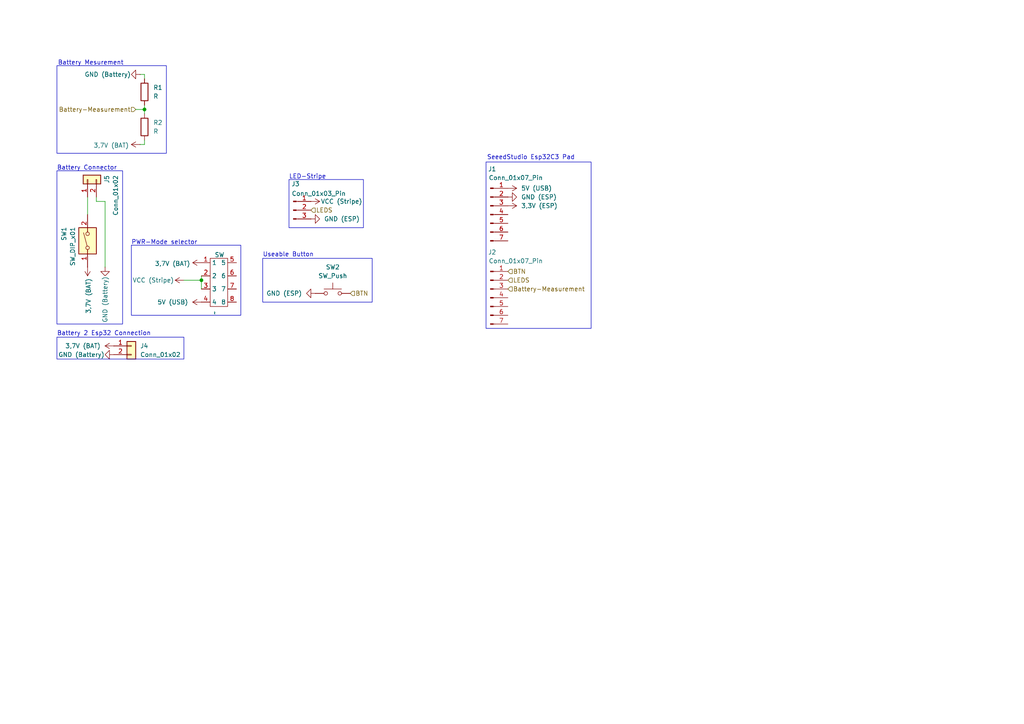
<source format=kicad_sch>
(kicad_sch (version 20231120) (generator "eeschema") (generator_version "8.0")
  (paper "A4")
  (lib_symbols
    (symbol "Connector:Conn_01x03_Pin" (pin_names (offset 1.016) hide)
      (property "Reference" "J" (at 0 5.08 0))
      (property "Value" "Conn_01x03_Pin" (at 0 -5.08 0))
      (symbol "Conn_01x03_Pin_1_1"
        (polyline (pts (xy 1.27 -2.54) (xy 0.8636 -2.54)) (stroke (width 0.1524)))
        (polyline (pts (xy 1.27 0) (xy 0.8636 0)) (stroke (width 0.1524)))
        (polyline (pts (xy 1.27 2.54) (xy 0.8636 2.54)) (stroke (width 0.1524)))
        (rectangle (start 0.8636 -2.413) (end 0 -2.667) (stroke (width 0.1524)) (fill (type outline)))
        (rectangle (start 0.8636 0.127) (end 0 -0.127) (stroke (width 0.1524)) (fill (type outline)))
        (rectangle (start 0.8636 2.667) (end 0 2.413) (stroke (width 0.1524)) (fill (type outline)))
        (pin passive line (at 5.08 2.54 180) (length 3.81) (name "Pin_1") (number "1"))
        (pin passive line (at 5.08 0 180) (length 3.81) (name "Pin_2") (number "2"))
        (pin passive line (at 5.08 -2.54 180) (length 3.81) (name "Pin_3") (number "3"))
      )
    )
    (symbol "Connector:Conn_01x07_Pin" (pin_names (offset 1.016) hide)
      (property "Reference" "J" (at 0 10.16 0))
      (property "Value" "Conn_01x07_Pin" (at 0 -10.16 0))
      (symbol "Conn_01x07_Pin_1_1"
        (polyline (pts (xy 1.27 -7.62) (xy 0.8636 -7.62)) (stroke (width 0.1524)))
        (polyline (pts (xy 1.27 -5.08) (xy 0.8636 -5.08)) (stroke (width 0.1524)))
        (polyline (pts (xy 1.27 -2.54) (xy 0.8636 -2.54)) (stroke (width 0.1524)))
        (polyline (pts (xy 1.27 0) (xy 0.8636 0)) (stroke (width 0.1524)))
        (polyline (pts (xy 1.27 2.54) (xy 0.8636 2.54)) (stroke (width 0.1524)))
        (polyline (pts (xy 1.27 5.08) (xy 0.8636 5.08)) (stroke (width 0.1524)))
        (polyline (pts (xy 1.27 7.62) (xy 0.8636 7.62)) (stroke (width 0.1524)))
        (rectangle (start 0.8636 -7.493) (end 0 -7.747) (stroke (width 0.1524)) (fill (type outline)))
        (rectangle (start 0.8636 -4.953) (end 0 -5.207) (stroke (width 0.1524)) (fill (type outline)))
        (rectangle (start 0.8636 -2.413) (end 0 -2.667) (stroke (width 0.1524)) (fill (type outline)))
        (rectangle (start 0.8636 0.127) (end 0 -0.127) (stroke (width 0.1524)) (fill (type outline)))
        (rectangle (start 0.8636 2.667) (end 0 2.413) (stroke (width 0.1524)) (fill (type outline)))
        (rectangle (start 0.8636 5.207) (end 0 4.953) (stroke (width 0.1524)) (fill (type outline)))
        (rectangle (start 0.8636 7.747) (end 0 7.493) (stroke (width 0.1524)) (fill (type outline)))
        (pin passive line (at 5.08 7.62 180) (length 3.81) (name "Pin_1") (number "1"))
        (pin passive line (at 5.08 5.08 180) (length 3.81) (name "Pin_2") (number "2"))
        (pin passive line (at 5.08 2.54 180) (length 3.81) (name "Pin_3") (number "3"))
        (pin passive line (at 5.08 0 180) (length 3.81) (name "Pin_4") (number "4"))
        (pin passive line (at 5.08 -2.54 180) (length 3.81) (name "Pin_5") (number "5"))
        (pin passive line (at 5.08 -5.08 180) (length 3.81) (name "Pin_6") (number "6"))
        (pin passive line (at 5.08 -7.62 180) (length 3.81) (name "Pin_7") (number "7"))
      )
    )
    (symbol "Connector_Generic:Conn_01x02" (pin_names (offset 1.016) hide)
      (property "Reference" "J" (at 0 2.54 0))
      (property "Value" "Conn_01x02" (at 0 -5.08 0))
      (symbol "Conn_01x02_1_1"
        (rectangle (start -1.27 -2.413) (end 0 -2.667) (stroke (width 0.1524)))
        (rectangle (start -1.27 0.127) (end 0 -0.127) (stroke (width 0.1524)))
        (rectangle (start -1.27 1.27) (end 1.27 -3.81) (stroke (width 0.254)) (fill (type background)))
        (pin passive line (at -5.08 0 0) (length 3.81) (name "Pin_1") (number "1"))
        (pin passive line (at -5.08 -2.54 0) (length 3.81) (name "Pin_2") (number "2"))
      )
    )
    (symbol "Device:R" (pin_numbers hide) (pin_names (offset 0))
      (property "Reference" "R" (at 2.032 0 90))
      (property "Value" "R" (at 0 0 90))
      (symbol "R_0_1"
        (rectangle (start -1.016 -2.54) (end 1.016 2.54) (stroke (width 0.254)))
      )
      (symbol "R_1_1"
        (pin passive line (at 0 3.81 270) (length 1.27) (name "~") (number "1"))
        (pin passive line (at 0 -3.81 90) (length 1.27) (name "~") (number "2"))
      )
    )
    (symbol "MSS-2336-DTE:MSS-2336-DTE"
      (property "Reference" "U" (at -0.508 -3.81 0))
      (symbol "MSS-2336-DTE_0_1"
        (rectangle (start -7.62 -1.27) (end 6.35 -6.35))
      )
      (symbol "MSS-2336-DTE_1_1"
        (pin input line (at -6.35 -8.89 90) (length 2.54) (name "1") (number "1"))
        (pin input line (at -2.54 -8.89 90) (length 2.54) (name "2") (number "2"))
        (pin input line (at 1.27 -8.89 90) (length 2.54) (name "3") (number "3"))
        (pin input line (at 5.08 -8.89 90) (length 2.54) (name "4") (number "4"))
        (pin input line (at -6.35 1.27 270) (length 2.54) (name "5") (number "5"))
        (pin input line (at -2.54 1.27 270) (length 2.54) (name "6") (number "6"))
        (pin input line (at 1.27 1.27 270) (length 2.54) (name "7") (number "7"))
        (pin input line (at 5.08 1.27 270) (length 2.54) (name "8") (number "8"))
      )
    )
    (symbol "Switch:SW_DIP_x01" (pin_names (offset 0) hide)
      (property "Reference" "SW" (at 0 3.81 0))
      (property "Value" "SW_DIP_x01" (at 0 -3.81 0))
      (symbol "SW_DIP_x01_0_0"
        (circle (center -2.032 0) (radius 0.508))
        (polyline (pts (xy -1.524 0.127) (xy 2.3622 1.1684)))
        (circle (center 2.032 0) (radius 0.508))
      )
      (symbol "SW_DIP_x01_0_1"
        (rectangle (start -3.81 2.54) (end 3.81 -2.54) (stroke (width 0.254)) (fill (type background)))
      )
      (symbol "SW_DIP_x01_1_1"
        (pin passive line (at -7.62 0 0) (length 5.08) (name "~") (number "1"))
        (pin passive line (at 7.62 0 180) (length 5.08) (name "~") (number "2"))
      )
    )
    (symbol "Switch:SW_Push" (pin_numbers hide) (pin_names (offset 1.016) hide)
      (property "Reference" "SW" (at 1.27 2.54 0))
      (property "Value" "SW_Push" (at 0 -1.524 0))
      (symbol "SW_Push_0_1"
        (circle (center -2.032 0) (radius 0.508))
        (polyline (pts (xy 0 1.27) (xy 0 3.048)))
        (polyline (pts (xy 2.54 1.27) (xy -2.54 1.27)))
        (circle (center 2.032 0) (radius 0.508))
        (pin passive line (at -5.08 0 0) (length 2.54) (name "1") (number "1"))
        (pin passive line (at 5.08 0 180) (length 2.54) (name "2") (number "2"))
      )
    )
    (symbol "power:GND" (power) (pin_numbers hide) (pin_names (offset 0) hide)
      (property "Value" "GND" (at 0 -3.81 0))
      (symbol "GND_0_1"
        (polyline (pts (xy 0 0) (xy 0 -1.27) (xy 1.27 -1.27) (xy 0 -2.54) (xy -1.27 -1.27) (xy 0 -1.27)))
      )
      (symbol "GND_1_1"
        (pin power_in line (at 0 0 270) (length 0) (name "~") (number "1"))
      )
    )
    (symbol "power:GND1" (power) (pin_numbers hide) (pin_names (offset 0) hide)
      (property "Value" "GND1" (at 0 -3.81 0))
      (symbol "GND1_0_1"
        (polyline (pts (xy 0 0) (xy 0 -1.27) (xy 1.27 -1.27) (xy 0 -2.54) (xy -1.27 -1.27) (xy 0 -1.27)))
      )
      (symbol "GND1_1_1"
        (pin power_in line (at 0 0 270) (length 0) (name "~") (number "1"))
      )
    )
    (symbol "power:VAA" (power) (pin_numbers hide) (pin_names (offset 0) hide)
      (property "Value" "VAA" (at 0 3.556 0))
      (symbol "VAA_0_1"
        (polyline (pts (xy -0.762 1.27) (xy 0 2.54)))
        (polyline (pts (xy 0 0) (xy 0 2.54)))
        (polyline (pts (xy 0 2.54) (xy 0.762 1.27)))
      )
      (symbol "VAA_1_1"
        (pin power_in line (at 0 0 90) (length 0) (name "~") (number "1"))
      )
    )
    (symbol "power:VCC" (power) (pin_numbers hide) (pin_names (offset 0) hide)
      (property "Value" "VCC" (at 0 3.556 0))
      (symbol "VCC_0_1"
        (polyline (pts (xy -0.762 1.27) (xy 0 2.54)))
        (polyline (pts (xy 0 0) (xy 0 2.54)))
        (polyline (pts (xy 0 2.54) (xy 0.762 1.27)))
      )
      (symbol "VCC_1_1"
        (pin power_in line (at 0 0 90) (length 0) (name "~") (number "1"))
      )
    )
    (symbol "power:VCCQ" (power) (pin_numbers hide) (pin_names (offset 0) hide)
      (property "Value" "VCCQ" (at 0 3.556 0))
      (symbol "VCCQ_0_1"
        (polyline (pts (xy -0.762 1.27) (xy 0 2.54)))
        (polyline (pts (xy 0 0) (xy 0 2.54)))
        (polyline (pts (xy 0 2.54) (xy 0.762 1.27)))
      )
      (symbol "VCCQ_1_1"
        (pin power_in line (at 0 0 90) (length 0) (name "~") (number "1"))
      )
    )
    (symbol "power:VD" (power) (pin_numbers hide) (pin_names (offset 0) hide)
      (property "Value" "VD" (at 0 3.556 0))
      (symbol "VD_0_1"
        (polyline (pts (xy -0.762 1.27) (xy 0 2.54)))
        (polyline (pts (xy 0 0) (xy 0 2.54)))
        (polyline (pts (xy 0 2.54) (xy 0.762 1.27)))
      )
      (symbol "VD_1_1"
        (pin power_in line (at 0 0 90) (length 0) (name "~") (number "1"))
      )
    )
  )
  (junction (at 58.42 81.28))
  (junction (at 41.91 31.75))
  (wire (pts (xy 25.4 62.23) (xy 25.4 57.15)))
  (wire (pts (xy 58.42 81.28) (xy 58.42 83.82)))
  (wire (pts (xy 41.91 21.59) (xy 41.91 22.86)))
  (wire (pts (xy 41.91 40.64) (xy 41.91 41.91)))
  (wire (pts (xy 30.48 77.47) (xy 30.48 58.42)))
  (wire (pts (xy 40.64 21.59) (xy 41.91 21.59)))
  (wire (pts (xy 30.48 58.42) (xy 27.94 58.42)))
  (wire (pts (xy 41.91 33.02) (xy 41.91 31.75)))
  (wire (pts (xy 39.37 31.75) (xy 41.91 31.75)))
  (wire (pts (xy 58.42 80.01) (xy 58.42 81.28)))
  (wire (pts (xy 27.94 58.42) (xy 27.94 57.15)))
  (wire (pts (xy 41.91 31.75) (xy 41.91 30.48)))
  (wire (pts (xy 41.91 41.91) (xy 40.64 41.91)))
  (wire (pts (xy 53.34 81.28) (xy 58.42 81.28)))
  (rectangle (start 140.97 46.99) (end 171.45 95.25))
  (rectangle (start 76.2 74.93) (end 107.95 87.63))
  (rectangle (start 16.51 49.53) (end 35.56 93.98))
  (rectangle (start 38.1 71.12) (end 69.85 91.44))
  (rectangle (start 83.82 52.07) (end 105.41 66.04))
  (rectangle (start 16.51 19.05) (end 48.26 44.45))
  (rectangle (start 16.51 97.79) (end 53.34 104.14))
  (text "Battery 2 Esp32 Connection" (at 16.51 97.536 0) (effects (font (size 1.27 1.27)) (justify left bottom)))
  (text "LED-Stripe" (at 83.82 52.07 0) (effects (font (size 1.27 1.27)) (justify left bottom)))
  (text "PWR-Mode selector" (at 38.1 71.12 0) (effects (font (size 1.27 1.27)) (justify left bottom)))
  (text "Battery Mesurement" (at 16.764 19.05 0) (effects (font (size 1.27 1.27)) (justify left bottom)))
  (text "Battery Connector" (at 16.51 49.53 0) (effects (font (size 1.27 1.27)) (justify left bottom)))
  (text "SeeedStudio Esp32C3 Pad" (at 141.224 46.482 0) (effects (font (size 1.27 1.27)) (justify left bottom)))
  (text "Useable Button" (at 76.2 74.676 0) (effects (font (size 1.27 1.27)) (justify left bottom)))
  (hierarchical_label "Battery-Measurement" (shape input) (at 147.32 83.82 0))
  (hierarchical_label "LEDS" (shape input) (at 90.17 60.96 0))
  (hierarchical_label "LEDS" (shape input) (at 147.32 81.28 0))
  (hierarchical_label "BTN" (shape input) (at 147.32 78.74 0))
  (hierarchical_label "Battery-Measurement" (shape input) (at 39.37 31.75 180))
  (hierarchical_label "BTN" (shape input) (at 101.6 85.09 0))
  (symbol (lib_id "power:VCCQ") (at 147.32 59.69 270) (unit 1)
    (property "Reference" "#PWR03" (effects (hide yes)))
    (property "Value" "3,3V (ESP)" (at 151.13 59.6899 90) (effects (justify left)))
    (property "Description" "Power symbol creates a global label with name \"VCCQ\"" (effects (hide yes)))
  )
  (symbol (lib_id "Connector_Generic:Conn_01x02") (at 38.1 100.33 0) (unit 1)
    (property "Reference" "J4" (at 40.64 100.3299 0) (effects (justify left)))
    (property "Value" "Conn_01x02" (at 40.64 102.8699 0) (effects (justify left)))
    (property "Footprint" "Library-SeeedStudio-Esp32C3-Battery-Pad-Surfacemount:Battery-Adapter" (effects (hide yes)))
    (property "Description" "Generic connector, single row, 01x02, script generated (kicad-library-utils/schlib/autogen/connector/)" (effects (hide yes)))
  )
  (symbol (lib_id "power:GND1") (at 33.02 102.87 270) (unit 1)
    (property "Reference" "#PWR012" (effects (hide yes)))
    (property "Value" "GND (Battery)" (at 23.622 102.87 90))
    (property "Description" "Power symbol creates a global label with name \"GND1\" , ground" (effects (hide yes)))
  )
  (symbol (lib_id "Connector:Conn_01x07_Pin") (at 142.24 86.36 0) (unit 1)
    (property "Reference" "J2" (at 142.748 73.152 0))
    (property "Value" "Conn_01x07_Pin" (at 149.606 75.692 0))
    (property "Footprint" "Connector_PinHeader_2.54mm:PinHeader_1x07_P2.54mm_Vertical" (effects (hide yes)))
    (property "Description" "Generic connector, single row, 01x07, script generated" (effects (hide yes)))
  )
  (symbol (lib_id "power:VAA") (at 58.42 87.63 90) (unit 1)
    (property "Reference" "#PWR07" (effects (hide yes)))
    (property "Value" "5V (USB)" (at 54.61 87.6299 90) (effects (justify left)))
    (property "Description" "Power symbol creates a global label with name \"VAA\"" (effects (hide yes)))
  )
  (symbol (lib_id "Connector:Conn_01x03_Pin") (at 85.09 60.96 0) (unit 1)
    (property "Reference" "J3" (at 85.725 53.34 0))
    (property "Value" "Conn_01x03_Pin" (at 92.456 56.134 0))
    (property "Footprint" "Connector_PinHeader_2.54mm:PinHeader_1x03_P2.54mm_Vertical" (effects (hide yes)))
    (property "Description" "Generic connector, single row, 01x03, script generated" (effects (hide yes)))
  )
  (symbol (lib_id "power:VCC") (at 58.42 76.2 90) (unit 1)
    (property "Reference" "#PWR06" (effects (hide yes)))
    (property "Value" "3,7V (BAT)" (at 50.038 76.454 90))
    (property "Description" "Power symbol creates a global label with name \"VCC\"" (effects (hide yes)))
  )
  (symbol (lib_id "power:VCC") (at 33.02 100.33 90) (unit 1)
    (property "Reference" "#PWR02" (effects (hide yes)))
    (property "Value" "3,7V (BAT)" (at 29.21 100.3299 90) (effects (justify left)))
    (property "Description" "Power symbol creates a global label with name \"VCC\"" (effects (hide yes)))
  )
  (symbol (lib_id "Connector:Conn_01x07_Pin") (at 142.24 62.23 0) (unit 1)
    (property "Reference" "J1" (at 142.748 49.022 0))
    (property "Value" "Conn_01x07_Pin" (at 149.606 51.562 0))
    (property "Footprint" "Connector_PinHeader_2.54mm:PinHeader_1x07_P2.54mm_Vertical" (effects (hide yes)))
    (property "Description" "Generic connector, single row, 01x07, script generated" (effects (hide yes)))
  )
  (symbol (lib_id "power:VD") (at 90.17 58.42 270) (unit 1)
    (property "Reference" "#PWR014" (effects (hide yes)))
    (property "Value" "VCC (Stripe)" (at 99.06 58.42 90))
    (property "Description" "Power symbol creates a global label with name \"VD\"" (effects (hide yes)))
  )
  (symbol (lib_id "power:GND") (at 147.32 57.15 90) (unit 1)
    (property "Reference" "#PWR09" (effects (hide yes)))
    (property "Value" "GND (ESP)" (at 151.13 57.1499 90) (effects (justify right)))
    (property "Description" "Power symbol creates a global label with name \"GND\" , ground" (effects (hide yes)))
  )
  (symbol (lib_id "power:GND1") (at 30.48 77.47 0) (unit 1)
    (property "Reference" "#PWR011" (effects (hide yes)))
    (property "Value" "GND (Battery)" (at 30.48 86.868 90))
    (property "Description" "Power symbol creates a global label with name \"GND1\" , ground" (effects (hide yes)))
  )
  (symbol (lib_id "power:GND") (at 90.17 63.5 90) (unit 1)
    (property "Reference" "#PWR01" (effects (hide yes)))
    (property "Value" "GND (ESP)" (at 93.98 63.4999 90) (effects (justify right)))
    (property "Description" "Power symbol creates a global label with name \"GND\" , ground" (effects (hide yes)))
  )
  (symbol (lib_id "Connector_Generic:Conn_01x02") (at 25.4 52.07 90) (unit 1)
    (property "Reference" "J5" (at 30.988 50.8 0) (effects (justify right)))
    (property "Value" "Conn_01x02" (at 33.528 50.8 0) (effects (justify right)))
    (property "Footprint" "Connector_JST:JST_EH_B2B-EH-A_1x02_P2.50mm_Vertical" (effects (hide yes)))
    (property "Description" "Generic connector, single row, 01x02, script generated (kicad-library-utils/schlib/autogen/connector/)" (effects (hide yes)))
  )
  (symbol (lib_id "Switch:SW_Push") (at 96.52 85.09 0) (unit 1)
    (property "Reference" "SW2" (at 96.52 77.47 0))
    (property "Value" "SW_Push" (at 96.52 80.01 0))
    (property "Footprint" "Button_Switch_THT:SW_PUSH_1P1T_6x3.5mm_H5.0_APEM_MJTP1250" (effects (hide yes)))
    (property "Description" "Push button switch, generic, two pins" (effects (hide yes)))
  )
  (symbol (lib_id "power:VAA") (at 147.32 54.61 270) (unit 1)
    (property "Reference" "#PWR04" (effects (hide yes)))
    (property "Value" "5V (USB)" (at 151.13 54.6099 90) (effects (justify left)))
    (property "Description" "Power symbol creates a global label with name \"VAA\"" (effects (hide yes)))
  )
  (symbol (lib_id "power:VCC") (at 25.4 77.47 180) (unit 1)
    (property "Reference" "#PWR05" (effects (hide yes)))
    (property "Value" "3,7V (BAT)" (at 25.654 85.852 90))
    (property "Description" "Power symbol creates a global label with name \"VCC\"" (effects (hide yes)))
  )
  (symbol (lib_id "Device:R") (at 41.91 26.67 0) (unit 1)
    (property "Reference" "R1" (at 44.45 25.3999 0) (effects (justify left)))
    (property "Value" "R" (at 44.45 27.9399 0) (effects (justify left)))
    (property "Footprint" "Resistor_THT:R_Axial_DIN0204_L3.6mm_D1.6mm_P2.54mm_Vertical" (effects (hide yes)))
    (property "Description" "Resistor" (effects (hide yes)))
  )
  (symbol (lib_id "Device:R") (at 41.91 36.83 0) (unit 1)
    (property "Reference" "R2" (at 44.45 35.5599 0) (effects (justify left)))
    (property "Value" "R" (at 44.45 38.0999 0) (effects (justify left)))
    (property "Footprint" "Resistor_THT:R_Axial_DIN0204_L3.6mm_D1.6mm_P2.54mm_Vertical" (effects (hide yes)))
    (property "Description" "Resistor" (effects (hide yes)))
  )
  (symbol (lib_id "power:VD") (at 53.34 81.28 90) (unit 1)
    (property "Reference" "#PWR015" (effects (hide yes)))
    (property "Value" "VCC (Stripe)" (at 44.45 81.28 90))
    (property "Description" "Power symbol creates a global label with name \"VD\"" (effects (hide yes)))
  )
  (symbol (lib_id "power:GND") (at 91.44 85.09 270) (unit 1)
    (property "Reference" "#PWR010" (effects (hide yes)))
    (property "Value" "GND (ESP)" (at 87.63 85.0899 90) (effects (justify right)))
    (property "Description" "Power symbol creates a global label with name \"GND\" , ground" (effects (hide yes)))
  )
  (symbol (lib_id "MSS-2336-DTE:MSS-2336-DTE") (at 67.31 82.55 270) (unit 1)
    (property "Reference" "SW" (at 62.23 73.914 90) (effects (justify left)))
    (property "Value" "~" (at 62.23 90.17 0) (effects (justify left)))
    (property "Footprint" "Library-MSS-2336-DTE:MSS-2336" (effects (hide yes)))
    (property "Datasheet" "https://www.tme.eu/Document/5b04146cec02465bb2e5d103fa9d741b/MSS-2336-DTE.pdf" (effects (hide yes)))
  )
  (symbol (lib_id "Switch:SW_DIP_x01") (at 25.4 69.85 90) (unit 1)
    (property "Reference" "SW1" (at 18.542 65.786 0) (effects (justify right)))
    (property "Value" "SW_DIP_x01" (at 21.082 65.786 0) (effects (justify right)))
    (property "Footprint" "Button_Switch_THT:SW_DIP_SPSTx01_Slide_9.78x4.72mm_W7.62mm_P2.54mm" (effects (hide yes)))
    (property "Description" "1x DIP Switch, Single Pole Single Throw (SPST) switch, small symbol" (effects (hide yes)))
  )
  (symbol (lib_id "power:GND1") (at 40.64 21.59 270) (unit 1)
    (property "Reference" "#PWR013" (effects (hide yes)))
    (property "Value" "GND (Battery)" (at 31.242 21.59 90))
    (property "Description" "Power symbol creates a global label with name \"GND1\" , ground" (effects (hide yes)))
  )
  (symbol (lib_id "power:VCC") (at 40.64 41.91 90) (unit 1)
    (property "Reference" "#PWR08" (effects (hide yes)))
    (property "Value" "3,7V (BAT)" (at 32.258 42.164 90))
    (property "Description" "Power symbol creates a global label with name \"VCC\"" (effects (hide yes)))
  )
)
</source>
